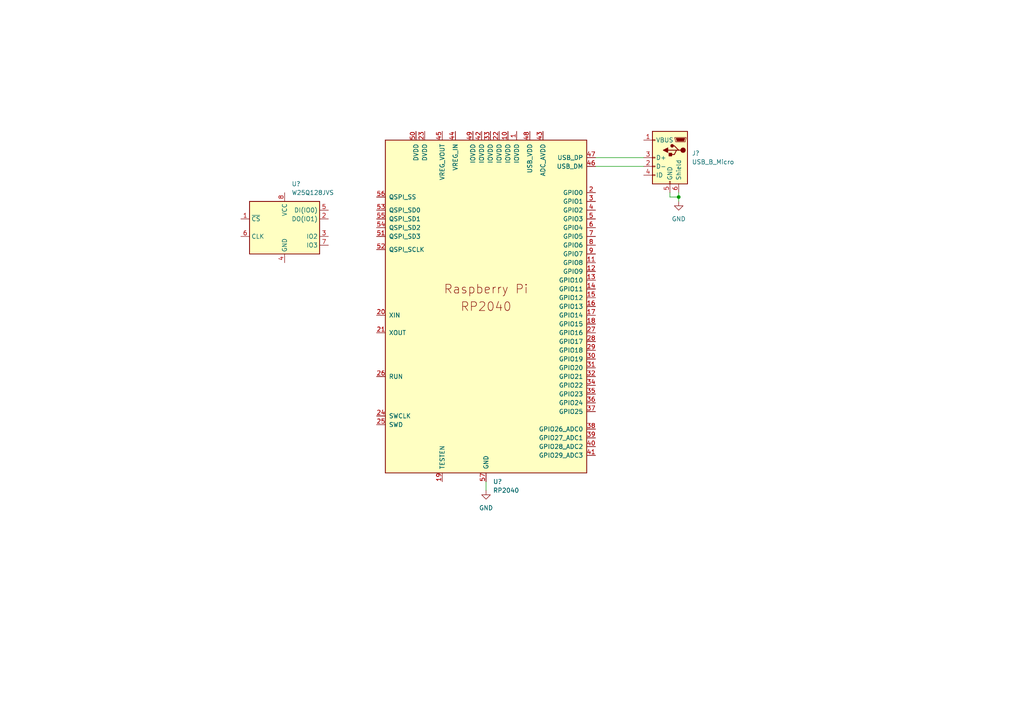
<source format=kicad_sch>
(kicad_sch (version 20211123) (generator eeschema)
  (paper "A4")
  (lib_symbols
    (symbol "Connector:USB_B_Micro" (pin_names (offset 1.016))
      (property "Reference" "J" (at -5.08 11.43 0))
      (property "Value" "USB_B_Micro" (at -5.08 8.89 0))
      (symbol "USB_B_Micro_0_1"
        (rectangle (start -5.08 -7.62) (end 5.08 7.62) (stroke (width 0.254)) (fill (type background)))
        (circle (center -3.81 2.159) (radius 0.635) (stroke (width 0.254)) (fill (type outline)))
        (circle (center -0.635 3.429) (radius 0.381) (stroke (width 0.254)) (fill (type outline)))
        (rectangle (start -0.127 -7.62) (end 0.127 -6.858))
        (polyline (pts (xy -1.905 2.159) (xy 0.635 2.159)) (stroke (width 0.254)))
        (polyline (pts (xy -3.175 2.159) (xy -2.54 2.159) (xy -1.27 3.429) (xy -0.635 3.429)) (stroke (width 0.254)))
        (polyline (pts (xy -2.54 2.159) (xy -1.905 2.159) (xy -1.27 0.889) (xy 0 0.889)) (stroke (width 0.254)))
        (polyline (pts (xy 0.635 2.794) (xy 0.635 1.524) (xy 1.905 2.159) (xy 0.635 2.794)) (stroke (width 0.254)) (fill (type outline)))
        (polyline (pts (xy -4.318 5.588) (xy -1.778 5.588) (xy -2.032 4.826) (xy -4.064 4.826) (xy -4.318 5.588)) (fill (type outline)))
        (polyline (pts (xy -4.699 5.842) (xy -4.699 5.588) (xy -4.445 4.826) (xy -4.445 4.572) (xy -1.651 4.572) (xy -1.651 4.826) (xy -1.397 5.588) (xy -1.397 5.842) (xy -4.699 5.842)))
        (rectangle (start 0.254 1.27) (end -0.508 0.508) (stroke (width 0.254)) (fill (type outline)))
        (rectangle (start 5.08 -5.207) (end 4.318 -4.953))
        (rectangle (start 5.08 -2.667) (end 4.318 -2.413))
        (rectangle (start 5.08 -0.127) (end 4.318 0.127))
        (rectangle (start 5.08 4.953) (end 4.318 5.207))
      )
      (symbol "USB_B_Micro_1_1"
        (pin power_out line (at 7.62 5.08 180) (length 2.54) (name "VBUS") (number "1"))
        (pin bidirectional line (at 7.62 -2.54 180) (length 2.54) (name "D-") (number "2"))
        (pin bidirectional line (at 7.62 0 180) (length 2.54) (name "D+") (number "3"))
        (pin passive line (at 7.62 -5.08 180) (length 2.54) (name "ID") (number "4"))
        (pin power_out line (at 0 -10.16 90) (length 2.54) (name "GND") (number "5"))
        (pin passive line (at -2.54 -10.16 90) (length 2.54) (name "Shield") (number "6"))
      )
    )
    (symbol "MCU_RaspberryPi_and_Boards:RP2040" (pin_names (offset 1.016))
      (property "Reference" "U" (at -29.21 49.53 0))
      (property "Value" "RP2040" (at 24.13 -49.53 0))
      (symbol "RP2040_0_0"
        (text "Raspberry Pi" (at 0 5.08 0) (effects (font (size 2.54 2.54))))
        (text "RP2040" (at 0 0 0) (effects (font (size 2.54 2.54))))
      )
      (symbol "RP2040_0_1"
        (rectangle (start 29.21 48.26) (end -29.21 -48.26) (stroke (width 0.254)) (fill (type background)))
      )
      (symbol "RP2040_1_1"
        (pin power_in line (at 8.89 50.8 270) (length 2.54) (name "IOVDD") (number "1"))
        (pin power_in line (at 6.35 50.8 270) (length 2.54) (name "IOVDD") (number "10"))
        (pin bidirectional line (at 31.75 12.7 180) (length 2.54) (name "GPIO8") (number "11"))
        (pin bidirectional line (at 31.75 10.16 180) (length 2.54) (name "GPIO9") (number "12"))
        (pin bidirectional line (at 31.75 7.62 180) (length 2.54) (name "GPIO10") (number "13"))
        (pin bidirectional line (at 31.75 5.08 180) (length 2.54) (name "GPIO11") (number "14"))
        (pin bidirectional line (at 31.75 2.54 180) (length 2.54) (name "GPIO12") (number "15"))
        (pin bidirectional line (at 31.75 0 180) (length 2.54) (name "GPIO13") (number "16"))
        (pin bidirectional line (at 31.75 -2.54 180) (length 2.54) (name "GPIO14") (number "17"))
        (pin bidirectional line (at 31.75 -5.08 180) (length 2.54) (name "GPIO15") (number "18"))
        (pin passive line (at -12.7 -50.8 90) (length 2.54) (name "TESTEN") (number "19"))
        (pin bidirectional line (at 31.75 33.02 180) (length 2.54) (name "GPIO0") (number "2"))
        (pin input line (at -31.75 -2.54 0) (length 2.54) (name "XIN") (number "20"))
        (pin passive line (at -31.75 -7.62 0) (length 2.54) (name "XOUT") (number "21"))
        (pin power_in line (at 3.81 50.8 270) (length 2.54) (name "IOVDD") (number "22"))
        (pin power_in line (at -17.78 50.8 270) (length 2.54) (name "DVDD") (number "23"))
        (pin output line (at -31.75 -31.75 0) (length 2.54) (name "SWCLK") (number "24"))
        (pin bidirectional line (at -31.75 -34.29 0) (length 2.54) (name "SWD") (number "25"))
        (pin input line (at -31.75 -20.32 0) (length 2.54) (name "RUN") (number "26"))
        (pin bidirectional line (at 31.75 -7.62 180) (length 2.54) (name "GPIO16") (number "27"))
        (pin bidirectional line (at 31.75 -10.16 180) (length 2.54) (name "GPIO17") (number "28"))
        (pin bidirectional line (at 31.75 -12.7 180) (length 2.54) (name "GPIO18") (number "29"))
        (pin bidirectional line (at 31.75 30.48 180) (length 2.54) (name "GPIO1") (number "3"))
        (pin bidirectional line (at 31.75 -15.24 180) (length 2.54) (name "GPIO19") (number "30"))
        (pin bidirectional line (at 31.75 -17.78 180) (length 2.54) (name "GPIO20") (number "31"))
        (pin bidirectional line (at 31.75 -20.32 180) (length 2.54) (name "GPIO21") (number "32"))
        (pin power_in line (at 1.27 50.8 270) (length 2.54) (name "IOVDD") (number "33"))
        (pin bidirectional line (at 31.75 -22.86 180) (length 2.54) (name "GPIO22") (number "34"))
        (pin bidirectional line (at 31.75 -25.4 180) (length 2.54) (name "GPIO23") (number "35"))
        (pin bidirectional line (at 31.75 -27.94 180) (length 2.54) (name "GPIO24") (number "36"))
        (pin bidirectional line (at 31.75 -30.48 180) (length 2.54) (name "GPIO25") (number "37"))
        (pin bidirectional line (at 31.75 -35.56 180) (length 2.54) (name "GPIO26_ADC0") (number "38"))
        (pin bidirectional line (at 31.75 -38.1 180) (length 2.54) (name "GPIO27_ADC1") (number "39"))
        (pin bidirectional line (at 31.75 27.94 180) (length 2.54) (name "GPIO2") (number "4"))
        (pin bidirectional line (at 31.75 -40.64 180) (length 2.54) (name "GPIO28_ADC2") (number "40"))
        (pin bidirectional line (at 31.75 -43.18 180) (length 2.54) (name "GPIO29_ADC3") (number "41"))
        (pin power_in line (at -1.27 50.8 270) (length 2.54) (name "IOVDD") (number "42"))
        (pin power_in line (at 16.51 50.8 270) (length 2.54) (name "ADC_AVDD") (number "43"))
        (pin power_in line (at -8.89 50.8 270) (length 2.54) (name "VREG_IN") (number "44"))
        (pin power_out line (at -12.7 50.8 270) (length 2.54) (name "VREG_VOUT") (number "45"))
        (pin bidirectional line (at 31.75 40.64 180) (length 2.54) (name "USB_DM") (number "46"))
        (pin bidirectional line (at 31.75 43.18 180) (length 2.54) (name "USB_DP") (number "47"))
        (pin power_in line (at 12.7 50.8 270) (length 2.54) (name "USB_VDD") (number "48"))
        (pin power_in line (at -3.81 50.8 270) (length 2.54) (name "IOVDD") (number "49"))
        (pin bidirectional line (at 31.75 25.4 180) (length 2.54) (name "GPIO3") (number "5"))
        (pin power_in line (at -20.32 50.8 270) (length 2.54) (name "DVDD") (number "50"))
        (pin bidirectional line (at -31.75 20.32 0) (length 2.54) (name "QSPI_SD3") (number "51"))
        (pin output line (at -31.75 16.51 0) (length 2.54) (name "QSPI_SCLK") (number "52"))
        (pin bidirectional line (at -31.75 27.94 0) (length 2.54) (name "QSPI_SD0") (number "53"))
        (pin bidirectional line (at -31.75 22.86 0) (length 2.54) (name "QSPI_SD2") (number "54"))
        (pin bidirectional line (at -31.75 25.4 0) (length 2.54) (name "QSPI_SD1") (number "55"))
        (pin bidirectional line (at -31.75 31.75 0) (length 2.54) (name "QSPI_SS") (number "56"))
        (pin power_in line (at 0 -50.8 90) (length 2.54) (name "GND") (number "57"))
        (pin bidirectional line (at 31.75 22.86 180) (length 2.54) (name "GPIO4") (number "6"))
        (pin bidirectional line (at 31.75 20.32 180) (length 2.54) (name "GPIO5") (number "7"))
        (pin bidirectional line (at 31.75 17.78 180) (length 2.54) (name "GPIO6") (number "8"))
        (pin bidirectional line (at 31.75 15.24 180) (length 2.54) (name "GPIO7") (number "9"))
      )
    )
    (symbol "Memory_Flash:W25Q128JVS"
      (property "Reference" "U" (at -8.89 8.89 0))
      (property "Value" "W25Q128JVS" (at 7.62 8.89 0))
      (symbol "W25Q128JVS_0_1"
        (rectangle (start -10.16 7.62) (end 10.16 -7.62) (stroke (width 0.254)) (fill (type background)))
      )
      (symbol "W25Q128JVS_1_1"
        (pin input line (at -12.7 2.54 0) (length 2.54) (name "~{CS}") (number "1"))
        (pin bidirectional line (at 12.7 2.54 180) (length 2.54) (name "DO(IO1)") (number "2"))
        (pin bidirectional line (at 12.7 -2.54 180) (length 2.54) (name "IO2") (number "3"))
        (pin power_in line (at 0 -10.16 90) (length 2.54) (name "GND") (number "4"))
        (pin bidirectional line (at 12.7 5.08 180) (length 2.54) (name "DI(IO0)") (number "5"))
        (pin input line (at -12.7 -2.54 0) (length 2.54) (name "CLK") (number "6"))
        (pin bidirectional line (at 12.7 -5.08 180) (length 2.54) (name "IO3") (number "7"))
        (pin power_in line (at 0 10.16 270) (length 2.54) (name "VCC") (number "8"))
      )
    )
    (symbol "power:GND" (power) (pin_names (offset 0))
      (property "Value" "GND" (at 0 -3.81 0))
      (symbol "GND_0_1"
        (polyline (pts (xy 0 0) (xy 0 -1.27) (xy 1.27 -1.27) (xy 0 -2.54) (xy -1.27 -1.27) (xy 0 -1.27)))
      )
      (symbol "GND_1_1"
        (pin power_in line (at 0 0 270) (length 0) hide (name "GND") (number "1"))
      )
    )
  )
  (junction (at 196.85 57.15))
  (wire (pts (xy 172.72 48.26) (xy 186.69 48.26)))
  (wire (pts (xy 196.85 57.15) (xy 196.85 58.42)))
  (wire (pts (xy 194.31 55.88) (xy 194.31 57.15)))
  (wire (pts (xy 194.31 57.15) (xy 196.85 57.15)))
  (wire (pts (xy 172.72 45.72) (xy 186.69 45.72)))
  (wire (pts (xy 196.85 55.88) (xy 196.85 57.15)))
  (wire (pts (xy 140.97 139.7) (xy 140.97 142.24)))
  (symbol (lib_id "MCU_RaspberryPi_and_Boards:RP2040") (at 140.97 88.9 0) (unit 1)
    (property "Reference" "U?" (at 142.9894 139.7 0) (effects (justify left)))
    (property "Value" "RP2040" (at 142.9894 142.24 0) (effects (justify left)))
    (property "Footprint" "RP2040_minimal:RP2040-QFN-56" (effects hide))
  )
  (symbol (lib_id "power:GND") (at 140.97 142.24 0) (unit 1)
    (property "Reference" "#PWR?" (effects hide))
    (property "Value" "GND" (at 140.97 147.32 0))
  )
  (symbol (lib_id "Memory_Flash:W25Q128JVS") (at 82.55 66.04 0) (unit 1)
    (property "Reference" "U?" (at 84.5694 53.34 0) (effects (justify left)))
    (property "Value" "W25Q128JVS" (at 84.5694 55.88 0) (effects (justify left)))
    (property "Footprint" "Package_SO:SOIC-8_5.23x5.23mm_P1.27mm" (effects hide))
    (property "Datasheet" "http://www.winbond.com/resource-files/w25q128jv_dtr%20revc%2003272018%20plus.pdf" (effects hide))
  )
  (symbol (lib_id "Connector:USB_B_Micro") (at 194.31 45.72 0) (mirror y) (unit 1)
    (property "Reference" "J?" (at 200.66 44.4499 0) (effects (justify right)))
    (property "Value" "USB_B_Micro" (at 200.66 46.9899 0) (effects (justify right)))
  )
  (symbol (lib_id "power:GND") (at 196.85 58.42 0) (unit 1)
    (property "Reference" "#PWR?" (effects hide))
    (property "Value" "GND" (at 196.85 63.5 0))
  )
)
</source>
